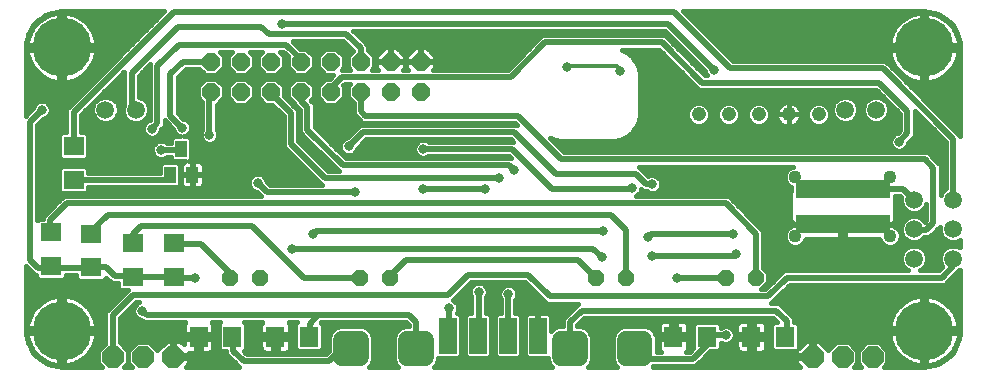
<source format=gtl>
G75*
%MOIN*%
%OFA0B0*%
%FSLAX24Y24*%
%IPPOS*%
%LPD*%
%AMOC8*
5,1,8,0,0,1.08239X$1,22.5*
%
%ADD10C,0.0594*%
%ADD11OC8,0.0520*%
%ADD12C,0.0591*%
%ADD13R,0.0630X0.0710*%
%ADD14R,0.0710X0.0630*%
%ADD15R,0.0394X0.0551*%
%ADD16R,0.3150X0.0591*%
%ADD17C,0.0436*%
%ADD18C,0.1969*%
%ADD19OC8,0.0709*%
%ADD20C,0.0554*%
%ADD21C,0.0515*%
%ADD22R,0.0600X0.1200*%
%ADD23C,0.0476*%
%ADD24OC8,0.0600*%
%ADD25C,0.0160*%
%ADD26C,0.0317*%
%ADD27C,0.0197*%
%ADD28C,0.0120*%
D10*
X003253Y009719D03*
X004276Y009719D03*
X027918Y009719D03*
X028942Y009719D03*
X030206Y006723D03*
X031505Y006723D03*
X031505Y005739D03*
X030205Y005739D03*
X030206Y004754D03*
X031505Y004754D03*
D11*
X024938Y004124D03*
X023938Y004124D03*
X020607Y004124D03*
X019607Y004124D03*
X012733Y004124D03*
X011733Y004124D03*
X008402Y004124D03*
X007402Y004124D03*
D12*
X011741Y002057D02*
X011741Y001467D01*
X011151Y001467D01*
X011151Y002057D01*
X011741Y002057D01*
X011151Y002057D01*
X013906Y002057D02*
X013906Y001467D01*
X013316Y001467D01*
X013316Y002057D01*
X013906Y002057D01*
X013316Y002057D01*
X019024Y002057D02*
X019024Y001467D01*
X018434Y001467D01*
X018434Y002057D01*
X019024Y002057D01*
X018434Y002057D01*
X021189Y002057D02*
X021189Y001467D01*
X020599Y001467D01*
X020599Y002057D01*
X021189Y002057D01*
X020599Y002057D01*
D13*
X022185Y002156D03*
X023305Y002156D03*
X024783Y002156D03*
X025903Y002156D03*
X010037Y002156D03*
X008917Y002156D03*
X007478Y002156D03*
X006358Y002156D03*
D14*
X005540Y004155D03*
X004162Y004155D03*
X002784Y004470D03*
X001446Y004510D03*
X001446Y005629D03*
X002784Y005590D03*
X004162Y005275D03*
X005540Y005275D03*
X002194Y007384D03*
X002194Y008503D03*
D15*
X005402Y007550D03*
X006150Y007550D03*
X005776Y008416D03*
D16*
X027824Y007077D03*
X027824Y005896D03*
D17*
X029398Y005502D03*
X026249Y005502D03*
X026249Y007471D03*
X029398Y007471D03*
D18*
X030540Y011802D03*
X030540Y002353D03*
X001800Y002353D03*
X001800Y011802D03*
D19*
X003517Y001487D03*
X004517Y001487D03*
X005517Y001487D03*
X026824Y001487D03*
X027824Y001487D03*
X028824Y001487D03*
D20*
X014670Y002439D03*
D21*
X015670Y002439D03*
X016670Y002439D03*
X017670Y002439D03*
D22*
X017670Y002189D03*
X016670Y002189D03*
X015670Y002189D03*
X014670Y002189D03*
D23*
X023028Y009565D03*
X024028Y009565D03*
X025028Y009565D03*
X026028Y009565D03*
X027028Y009565D03*
D24*
X013765Y010317D03*
X012765Y010317D03*
X011765Y010317D03*
X010765Y010317D03*
X009765Y010317D03*
X008765Y010317D03*
X007765Y010317D03*
X006765Y010317D03*
X006765Y011317D03*
X007765Y011317D03*
X008765Y011317D03*
X009765Y011317D03*
X010765Y011317D03*
X011765Y011317D03*
X012765Y011317D03*
X013765Y011317D03*
D25*
X001644Y001165D02*
X001342Y001246D01*
X001071Y001402D01*
X000850Y001624D01*
X000693Y001894D01*
X000612Y002196D01*
X000602Y002353D01*
X000602Y004513D01*
X000774Y004341D01*
X000914Y004201D01*
X000951Y004201D01*
X000951Y004137D01*
X001033Y004055D01*
X001859Y004055D01*
X001941Y004137D01*
X001941Y004201D01*
X002289Y004201D01*
X002289Y004097D01*
X002371Y004015D01*
X003197Y004015D01*
X003279Y004097D01*
X003279Y004119D01*
X003473Y003925D01*
X003667Y003925D01*
X003667Y003782D01*
X003749Y003700D01*
X003991Y003700D01*
X003924Y003633D01*
X003394Y003103D01*
X003254Y002963D01*
X003254Y001924D01*
X003022Y001691D01*
X003022Y001282D01*
X003149Y001155D01*
X001800Y001155D01*
X001644Y001165D01*
X001605Y001203D02*
X001720Y001190D01*
X001720Y002273D01*
X000637Y002273D01*
X000650Y002157D01*
X000679Y002030D01*
X000723Y001907D01*
X000779Y001789D01*
X000849Y001678D01*
X000931Y001576D01*
X001023Y001483D01*
X001125Y001402D01*
X001236Y001332D01*
X001354Y001275D01*
X001477Y001232D01*
X001605Y001203D01*
X001720Y001292D02*
X001880Y001292D01*
X001880Y001190D02*
X001995Y001203D01*
X002123Y001232D01*
X002246Y001275D01*
X002364Y001332D01*
X002475Y001402D01*
X002577Y001483D01*
X002669Y001576D01*
X002751Y001678D01*
X002821Y001789D01*
X002877Y001907D01*
X002921Y002030D01*
X002950Y002157D01*
X002963Y002273D01*
X001880Y002273D01*
X001880Y002433D01*
X001720Y002433D01*
X001720Y003515D01*
X001605Y003502D01*
X001477Y003473D01*
X001354Y003430D01*
X001236Y003373D01*
X001125Y003304D01*
X001023Y003222D01*
X000931Y003130D01*
X000849Y003028D01*
X000779Y002917D01*
X000723Y002799D01*
X000679Y002676D01*
X000650Y002548D01*
X000637Y002433D01*
X001720Y002433D01*
X001720Y002273D01*
X001880Y002273D01*
X001880Y001190D01*
X001320Y001292D02*
X001262Y001292D01*
X001064Y001450D02*
X001023Y001450D01*
X000904Y001609D02*
X000864Y001609D01*
X000793Y001767D02*
X000767Y001767D01*
X000716Y001926D02*
X000685Y001926D01*
X000667Y002084D02*
X000642Y002084D01*
X000641Y002243D02*
X000609Y002243D01*
X000602Y002401D02*
X001720Y002401D01*
X001720Y002243D02*
X001880Y002243D01*
X001880Y002401D02*
X003254Y002401D01*
X003254Y002243D02*
X002959Y002243D01*
X002933Y002084D02*
X003254Y002084D01*
X003254Y001926D02*
X002884Y001926D01*
X002807Y001767D02*
X003098Y001767D01*
X003022Y001609D02*
X002696Y001609D01*
X002536Y001450D02*
X003022Y001450D01*
X003022Y001292D02*
X002280Y001292D01*
X001880Y001450D02*
X001720Y001450D01*
X001720Y001609D02*
X001880Y001609D01*
X001880Y001767D02*
X001720Y001767D01*
X001720Y001926D02*
X001880Y001926D01*
X001880Y002084D02*
X001720Y002084D01*
X001880Y002433D02*
X002963Y002433D01*
X002950Y002548D01*
X002921Y002676D01*
X002877Y002799D01*
X002821Y002917D01*
X002751Y003028D01*
X002669Y003130D01*
X002577Y003222D01*
X002475Y003304D01*
X002364Y003373D01*
X002246Y003430D01*
X002123Y003473D01*
X001995Y003502D01*
X001880Y003515D01*
X001880Y002433D01*
X001880Y002560D02*
X001720Y002560D01*
X001720Y002718D02*
X001880Y002718D01*
X001880Y002877D02*
X001720Y002877D01*
X001720Y003035D02*
X001880Y003035D01*
X001880Y003194D02*
X001720Y003194D01*
X001720Y003352D02*
X001880Y003352D01*
X001880Y003511D02*
X001720Y003511D01*
X001680Y003511D02*
X000602Y003511D01*
X000602Y003669D02*
X003960Y003669D01*
X003924Y003633D02*
X003924Y003633D01*
X003802Y003511D02*
X001920Y003511D01*
X002398Y003352D02*
X003643Y003352D01*
X003485Y003194D02*
X002605Y003194D01*
X002745Y003035D02*
X003326Y003035D01*
X003394Y003103D02*
X003394Y003103D01*
X003254Y002877D02*
X002840Y002877D01*
X002906Y002718D02*
X003254Y002718D01*
X003254Y002560D02*
X002947Y002560D01*
X003731Y002560D02*
X005870Y002560D01*
X005876Y002580D02*
X005863Y002535D01*
X005863Y002233D01*
X006281Y002233D01*
X006281Y002078D01*
X006436Y002078D01*
X006436Y001621D01*
X006697Y001621D01*
X006743Y001633D01*
X006784Y001657D01*
X006817Y001691D01*
X006841Y001732D01*
X006853Y001777D01*
X006853Y002078D01*
X006436Y002078D01*
X006436Y002233D01*
X006853Y002233D01*
X006853Y002535D01*
X006841Y002580D01*
X006817Y002621D01*
X006812Y002626D01*
X007080Y002626D01*
X007023Y002569D01*
X007023Y001743D01*
X007105Y001661D01*
X007270Y001661D01*
X007270Y001585D01*
X007410Y001445D01*
X007700Y001155D01*
X005940Y001155D01*
X006051Y001265D01*
X006051Y001449D01*
X005555Y001449D01*
X005555Y001525D01*
X006051Y001525D01*
X006051Y001621D01*
X006281Y001621D01*
X006281Y002078D01*
X005863Y002078D01*
X005863Y001896D01*
X005738Y002021D01*
X005555Y002021D01*
X005555Y001525D01*
X005478Y001525D01*
X005478Y002021D01*
X005295Y002021D01*
X004988Y001714D01*
X004721Y001981D01*
X004312Y001981D01*
X004022Y001691D01*
X004022Y001282D01*
X004149Y001155D01*
X003884Y001155D01*
X004011Y001282D01*
X004011Y001691D01*
X003731Y001971D01*
X003731Y002766D01*
X004261Y003295D01*
X004357Y003295D01*
X004308Y003275D01*
X004224Y003191D01*
X004179Y003081D01*
X004179Y002963D01*
X004224Y002853D01*
X004308Y002769D01*
X004418Y002724D01*
X004438Y002724D01*
X004536Y002626D01*
X005904Y002626D01*
X005899Y002621D01*
X005876Y002580D01*
X005863Y002401D02*
X003731Y002401D01*
X003731Y002243D02*
X005863Y002243D01*
X006281Y002084D02*
X003731Y002084D01*
X003776Y001926D02*
X004257Y001926D01*
X004776Y001926D02*
X005200Y001926D01*
X005478Y001926D02*
X005555Y001926D01*
X005833Y001926D02*
X005863Y001926D01*
X006281Y001926D02*
X006436Y001926D01*
X006436Y002084D02*
X007023Y002084D01*
X007023Y001926D02*
X006853Y001926D01*
X006851Y001767D02*
X007023Y001767D01*
X007270Y001609D02*
X006051Y001609D01*
X006281Y001767D02*
X006436Y001767D01*
X005555Y001767D02*
X005478Y001767D01*
X005478Y001609D02*
X005555Y001609D01*
X005555Y001450D02*
X007405Y001450D01*
X007563Y001292D02*
X006051Y001292D01*
X005042Y001767D02*
X004935Y001767D01*
X004098Y001767D02*
X003935Y001767D01*
X004011Y001609D02*
X004022Y001609D01*
X004011Y001450D02*
X004022Y001450D01*
X004011Y001292D02*
X004022Y001292D01*
X006853Y002243D02*
X007023Y002243D01*
X007023Y002401D02*
X006853Y002401D01*
X006846Y002560D02*
X007023Y002560D01*
X007876Y002626D02*
X007933Y002569D01*
X007933Y001743D01*
X007860Y001670D01*
X007962Y001568D01*
X010599Y001568D01*
X010715Y001684D01*
X010715Y002144D01*
X010781Y002304D01*
X010904Y002427D01*
X011064Y002493D01*
X011828Y002493D01*
X011988Y002427D01*
X012110Y002304D01*
X012176Y002144D01*
X012176Y001380D01*
X012110Y001220D01*
X012044Y001155D01*
X013012Y001155D01*
X012947Y001220D01*
X012880Y001380D01*
X012880Y002144D01*
X012947Y002304D01*
X013069Y002427D01*
X013229Y002493D01*
X013373Y002493D01*
X013373Y002530D01*
X013276Y002626D01*
X010442Y002626D01*
X010438Y002622D01*
X010492Y002569D01*
X010492Y001743D01*
X010410Y001661D01*
X009664Y001661D01*
X009582Y001743D01*
X009582Y002569D01*
X009639Y002626D01*
X009372Y002626D01*
X009376Y002621D01*
X009400Y002580D01*
X009412Y002535D01*
X009412Y002233D01*
X008995Y002233D01*
X008995Y002078D01*
X008995Y001621D01*
X009256Y001621D01*
X009302Y001633D01*
X009343Y001657D01*
X009376Y001691D01*
X009400Y001732D01*
X009412Y001777D01*
X009412Y002078D01*
X008995Y002078D01*
X008840Y002078D01*
X008840Y001621D01*
X008579Y001621D01*
X008533Y001633D01*
X008492Y001657D01*
X008458Y001691D01*
X008435Y001732D01*
X008422Y001777D01*
X008422Y002078D01*
X008840Y002078D01*
X008840Y002233D01*
X008422Y002233D01*
X008422Y002535D01*
X008435Y002580D01*
X008458Y002621D01*
X008463Y002626D01*
X007876Y002626D01*
X007933Y002560D02*
X008429Y002560D01*
X008422Y002401D02*
X007933Y002401D01*
X007933Y002243D02*
X008422Y002243D01*
X008840Y002084D02*
X007933Y002084D01*
X007933Y001926D02*
X008422Y001926D01*
X008840Y001926D02*
X008995Y001926D01*
X008995Y002084D02*
X009582Y002084D01*
X009582Y001926D02*
X009412Y001926D01*
X009410Y001767D02*
X009582Y001767D01*
X008995Y001767D02*
X008840Y001767D01*
X008425Y001767D02*
X007933Y001767D01*
X007921Y001609D02*
X010640Y001609D01*
X010715Y001767D02*
X010492Y001767D01*
X010492Y001926D02*
X010715Y001926D01*
X010715Y002084D02*
X010492Y002084D01*
X010492Y002243D02*
X010756Y002243D01*
X010879Y002401D02*
X010492Y002401D01*
X010492Y002560D02*
X013342Y002560D01*
X013044Y002401D02*
X012013Y002401D01*
X012135Y002243D02*
X012921Y002243D01*
X012880Y002084D02*
X012176Y002084D01*
X012176Y001926D02*
X012880Y001926D01*
X012880Y001767D02*
X012176Y001767D01*
X012176Y001609D02*
X012880Y001609D01*
X012880Y001450D02*
X012176Y001450D01*
X012140Y001292D02*
X012917Y001292D01*
X014210Y001155D02*
X014275Y001220D01*
X014342Y001380D01*
X014342Y001449D01*
X015028Y001449D01*
X015110Y001531D01*
X015110Y002847D01*
X015028Y002929D01*
X014964Y002929D01*
X014966Y002932D01*
X015012Y003041D01*
X015012Y003160D01*
X014966Y003270D01*
X014882Y003354D01*
X014846Y003369D01*
X014912Y003435D01*
X015442Y003965D01*
X017252Y003965D01*
X017961Y003256D01*
X019020Y003256D01*
X018884Y003121D01*
X018491Y002727D01*
X018491Y002493D01*
X018347Y002493D01*
X018187Y002427D01*
X018110Y002349D01*
X018110Y002847D01*
X018028Y002929D01*
X017312Y002929D01*
X017230Y002847D01*
X017230Y001531D01*
X017312Y001449D01*
X017999Y001449D01*
X017999Y001380D01*
X018065Y001220D01*
X018130Y001155D01*
X014210Y001155D01*
X014305Y001292D02*
X018035Y001292D01*
X017311Y001450D02*
X017029Y001450D01*
X017028Y001449D02*
X017110Y001531D01*
X017110Y002847D01*
X017028Y002929D01*
X016920Y002929D01*
X016920Y003390D01*
X016935Y003404D01*
X016980Y003514D01*
X016980Y003633D01*
X016935Y003742D01*
X016851Y003826D01*
X016741Y003872D01*
X016623Y003872D01*
X016513Y003826D01*
X016429Y003742D01*
X016383Y003633D01*
X016383Y003514D01*
X016429Y003404D01*
X016443Y003390D01*
X016443Y002929D01*
X016312Y002929D01*
X016230Y002847D01*
X016230Y001531D01*
X016312Y001449D01*
X017028Y001449D01*
X017110Y001609D02*
X017230Y001609D01*
X017230Y001767D02*
X017110Y001767D01*
X017110Y001926D02*
X017230Y001926D01*
X017230Y002084D02*
X017110Y002084D01*
X017110Y002243D02*
X017230Y002243D01*
X017230Y002401D02*
X017110Y002401D01*
X017110Y002560D02*
X017230Y002560D01*
X017230Y002718D02*
X017110Y002718D01*
X017081Y002877D02*
X017260Y002877D01*
X016920Y003035D02*
X018799Y003035D01*
X018640Y002877D02*
X018081Y002877D01*
X018110Y002718D02*
X018491Y002718D01*
X018491Y002560D02*
X018110Y002560D01*
X018110Y002401D02*
X018162Y002401D01*
X018968Y002493D02*
X018968Y002530D01*
X019222Y002784D01*
X025520Y002784D01*
X025653Y002651D01*
X025530Y002651D01*
X025448Y002569D01*
X025448Y001743D01*
X025530Y001661D01*
X026276Y001661D01*
X026289Y001674D01*
X026289Y001525D01*
X026786Y001525D01*
X026786Y002021D01*
X026602Y002021D01*
X026358Y001777D01*
X026358Y002569D01*
X026276Y002651D01*
X026212Y002651D01*
X026212Y002767D01*
X025718Y003261D01*
X025446Y003261D01*
X025582Y003396D01*
X026072Y003886D01*
X031229Y003886D01*
X031369Y004026D01*
X031710Y004367D01*
X031738Y004378D01*
X031738Y002353D01*
X031728Y002196D01*
X031647Y001894D01*
X031491Y001624D01*
X031269Y001402D01*
X030999Y001246D01*
X030697Y001165D01*
X030540Y001155D01*
X029191Y001155D01*
X029318Y001282D01*
X029318Y001691D01*
X029028Y001981D01*
X028619Y001981D01*
X028329Y001691D01*
X028329Y001282D01*
X028456Y001155D01*
X028191Y001155D01*
X028318Y001282D01*
X028318Y001691D01*
X028028Y001981D01*
X027619Y001981D01*
X027352Y001714D01*
X027045Y002021D01*
X026862Y002021D01*
X026862Y001525D01*
X026786Y001525D01*
X026786Y001449D01*
X026289Y001449D01*
X026289Y001265D01*
X026400Y001155D01*
X021493Y001155D01*
X021508Y001170D01*
X022922Y001170D01*
X023062Y001309D01*
X023414Y001661D01*
X023678Y001661D01*
X023760Y001743D01*
X023760Y001941D01*
X023867Y001897D01*
X023985Y001897D01*
X024095Y001942D01*
X024179Y002026D01*
X024224Y002136D01*
X024224Y002255D01*
X024179Y002364D01*
X024095Y002448D01*
X023985Y002494D01*
X023867Y002494D01*
X023760Y002449D01*
X023760Y002569D01*
X023678Y002651D01*
X022932Y002651D01*
X022850Y002569D01*
X022850Y001771D01*
X022725Y001646D01*
X022592Y001646D01*
X022611Y001657D01*
X022644Y001691D01*
X022668Y001732D01*
X022680Y001777D01*
X022680Y002078D01*
X022263Y002078D01*
X022263Y002233D01*
X022680Y002233D01*
X022680Y002535D01*
X022668Y002580D01*
X022644Y002621D01*
X022611Y002655D01*
X022569Y002679D01*
X022524Y002691D01*
X022263Y002691D01*
X022263Y002233D01*
X022108Y002233D01*
X022108Y002078D01*
X021690Y002078D01*
X021690Y001777D01*
X021702Y001732D01*
X021726Y001691D01*
X021760Y001657D01*
X021778Y001646D01*
X021625Y001646D01*
X021625Y002144D01*
X021559Y002304D01*
X021436Y002427D01*
X021276Y002493D01*
X020513Y002493D01*
X020353Y002427D01*
X020230Y002304D01*
X020164Y002144D01*
X020164Y001380D01*
X020230Y001220D01*
X020296Y001155D01*
X019328Y001155D01*
X019393Y001220D01*
X019460Y001380D01*
X019460Y002144D01*
X019393Y002304D01*
X019271Y002427D01*
X019111Y002493D01*
X018968Y002493D01*
X018998Y002560D02*
X021697Y002560D01*
X021702Y002580D02*
X021690Y002535D01*
X021690Y002233D01*
X022108Y002233D01*
X022108Y002691D01*
X021846Y002691D01*
X021801Y002679D01*
X021760Y002655D01*
X021726Y002621D01*
X021702Y002580D01*
X021690Y002401D02*
X021462Y002401D01*
X021584Y002243D02*
X021690Y002243D01*
X021625Y002084D02*
X022108Y002084D01*
X022263Y002084D02*
X022850Y002084D01*
X022850Y001926D02*
X022680Y001926D01*
X022677Y001767D02*
X022846Y001767D01*
X023203Y001450D02*
X026786Y001450D01*
X026786Y001609D02*
X026862Y001609D01*
X026862Y001767D02*
X026786Y001767D01*
X026289Y001609D02*
X023362Y001609D01*
X023760Y001767D02*
X024291Y001767D01*
X024289Y001777D02*
X024301Y001732D01*
X024324Y001691D01*
X024358Y001657D01*
X024399Y001633D01*
X024445Y001621D01*
X024706Y001621D01*
X024706Y002078D01*
X024861Y002078D01*
X024861Y001621D01*
X025122Y001621D01*
X025168Y001633D01*
X025209Y001657D01*
X025242Y001691D01*
X025266Y001732D01*
X025278Y001777D01*
X025278Y002078D01*
X024861Y002078D01*
X024861Y002233D01*
X025278Y002233D01*
X025278Y002535D01*
X025266Y002580D01*
X025242Y002621D01*
X025209Y002655D01*
X025168Y002679D01*
X025122Y002691D01*
X024861Y002691D01*
X024861Y002233D01*
X024706Y002233D01*
X024706Y002078D01*
X024289Y002078D01*
X024289Y001777D01*
X024289Y001926D02*
X024055Y001926D01*
X024203Y002084D02*
X024706Y002084D01*
X024706Y002233D02*
X024289Y002233D01*
X024289Y002535D01*
X024301Y002580D01*
X024324Y002621D01*
X024358Y002655D01*
X024399Y002679D01*
X024445Y002691D01*
X024706Y002691D01*
X024706Y002233D01*
X024706Y002243D02*
X024861Y002243D01*
X024861Y002401D02*
X024706Y002401D01*
X024706Y002560D02*
X024861Y002560D01*
X024295Y002560D02*
X023760Y002560D01*
X024142Y002401D02*
X024289Y002401D01*
X024289Y002243D02*
X024224Y002243D01*
X023797Y001926D02*
X023760Y001926D01*
X024706Y001926D02*
X024861Y001926D01*
X024861Y002084D02*
X025448Y002084D01*
X025448Y001926D02*
X025278Y001926D01*
X025276Y001767D02*
X025448Y001767D01*
X024861Y001767D02*
X024706Y001767D01*
X025278Y002243D02*
X025448Y002243D01*
X025448Y002401D02*
X025278Y002401D01*
X025272Y002560D02*
X025448Y002560D01*
X025585Y002718D02*
X019156Y002718D01*
X019296Y002401D02*
X020327Y002401D01*
X020205Y002243D02*
X019419Y002243D01*
X019460Y002084D02*
X020164Y002084D01*
X020164Y001926D02*
X019460Y001926D01*
X019460Y001767D02*
X020164Y001767D01*
X020164Y001609D02*
X019460Y001609D01*
X019460Y001450D02*
X020164Y001450D01*
X020201Y001292D02*
X019423Y001292D01*
X021625Y001767D02*
X021693Y001767D01*
X021690Y001926D02*
X021625Y001926D01*
X022108Y002243D02*
X022263Y002243D01*
X022263Y002401D02*
X022108Y002401D01*
X022108Y002560D02*
X022263Y002560D01*
X022673Y002560D02*
X022850Y002560D01*
X022850Y002401D02*
X022680Y002401D01*
X022680Y002243D02*
X022850Y002243D01*
X023045Y001292D02*
X026289Y001292D01*
X027299Y001767D02*
X027405Y001767D01*
X027564Y001926D02*
X027140Y001926D01*
X026862Y001926D02*
X026786Y001926D01*
X026507Y001926D02*
X026358Y001926D01*
X026358Y002084D02*
X029407Y002084D01*
X029420Y002030D02*
X029391Y002157D01*
X029378Y002273D01*
X030460Y002273D01*
X030460Y002433D01*
X030460Y003515D01*
X030345Y003502D01*
X030217Y003473D01*
X030094Y003430D01*
X029976Y003373D01*
X029865Y003304D01*
X029763Y003222D01*
X029671Y003130D01*
X029589Y003028D01*
X029520Y002917D01*
X029463Y002799D01*
X029420Y002676D01*
X029391Y002548D01*
X029378Y002433D01*
X030460Y002433D01*
X030620Y002433D01*
X030620Y003515D01*
X030735Y003502D01*
X030863Y003473D01*
X030986Y003430D01*
X031104Y003373D01*
X031215Y003304D01*
X031317Y003222D01*
X031410Y003130D01*
X031491Y003028D01*
X031561Y002917D01*
X031617Y002799D01*
X031661Y002676D01*
X031690Y002548D01*
X031703Y002433D01*
X030620Y002433D01*
X030620Y002273D01*
X031703Y002273D01*
X031690Y002157D01*
X031661Y002030D01*
X031617Y001907D01*
X031561Y001789D01*
X031491Y001678D01*
X031410Y001576D01*
X031317Y001483D01*
X031215Y001402D01*
X031104Y001332D01*
X030986Y001275D01*
X030863Y001232D01*
X030735Y001203D01*
X030620Y001190D01*
X030620Y002273D01*
X030460Y002273D01*
X030460Y001190D01*
X030345Y001203D01*
X030217Y001232D01*
X030094Y001275D01*
X029976Y001332D01*
X029865Y001402D01*
X029763Y001483D01*
X029671Y001576D01*
X029589Y001678D01*
X029520Y001789D01*
X029463Y001907D01*
X029420Y002030D01*
X029456Y001926D02*
X029084Y001926D01*
X028564Y001926D02*
X028084Y001926D01*
X028242Y001767D02*
X028405Y001767D01*
X028329Y001609D02*
X028318Y001609D01*
X028318Y001450D02*
X028329Y001450D01*
X028318Y001292D02*
X028329Y001292D01*
X029318Y001292D02*
X030060Y001292D01*
X029804Y001450D02*
X029318Y001450D01*
X029318Y001609D02*
X029644Y001609D01*
X029533Y001767D02*
X029242Y001767D01*
X029381Y002243D02*
X026358Y002243D01*
X026358Y002401D02*
X030460Y002401D01*
X030460Y002243D02*
X030620Y002243D01*
X030620Y002401D02*
X031738Y002401D01*
X031731Y002243D02*
X031699Y002243D01*
X031698Y002084D02*
X031673Y002084D01*
X031655Y001926D02*
X031624Y001926D01*
X031574Y001767D02*
X031547Y001767D01*
X031476Y001609D02*
X031436Y001609D01*
X031317Y001450D02*
X031276Y001450D01*
X031078Y001292D02*
X031020Y001292D01*
X030620Y001292D02*
X030460Y001292D01*
X030460Y001450D02*
X030620Y001450D01*
X030620Y001609D02*
X030460Y001609D01*
X030460Y001767D02*
X030620Y001767D01*
X030620Y001926D02*
X030460Y001926D01*
X030460Y002084D02*
X030620Y002084D01*
X030620Y002560D02*
X030460Y002560D01*
X030460Y002718D02*
X030620Y002718D01*
X030620Y002877D02*
X030460Y002877D01*
X030460Y003035D02*
X030620Y003035D01*
X030620Y003194D02*
X030460Y003194D01*
X030460Y003352D02*
X030620Y003352D01*
X030620Y003511D02*
X030460Y003511D01*
X030420Y003511D02*
X025697Y003511D01*
X025855Y003669D02*
X031738Y003669D01*
X031738Y003511D02*
X030661Y003511D01*
X031138Y003352D02*
X031738Y003352D01*
X031738Y003194D02*
X031346Y003194D01*
X031485Y003035D02*
X031738Y003035D01*
X031738Y002877D02*
X031580Y002877D01*
X031646Y002718D02*
X031738Y002718D01*
X031738Y002560D02*
X031687Y002560D01*
X029943Y003352D02*
X025538Y003352D01*
X025784Y003194D02*
X029735Y003194D01*
X029595Y003035D02*
X025943Y003035D01*
X026101Y002877D02*
X029500Y002877D01*
X029435Y002718D02*
X026212Y002718D01*
X026358Y002560D02*
X029393Y002560D01*
X031738Y003828D02*
X026014Y003828D01*
X025656Y004145D02*
X025338Y004145D01*
X025338Y004290D02*
X025338Y003959D01*
X025112Y003733D01*
X025245Y003733D01*
X025874Y004363D01*
X030009Y004363D01*
X029958Y004384D01*
X029835Y004507D01*
X029769Y004667D01*
X029769Y004841D01*
X029835Y005002D01*
X029958Y005125D01*
X030119Y005191D01*
X030292Y005191D01*
X030453Y005125D01*
X030576Y005002D01*
X030642Y004841D01*
X030642Y004667D01*
X030576Y004507D01*
X030453Y004384D01*
X030402Y004363D01*
X031032Y004363D01*
X031155Y004486D01*
X031134Y004507D01*
X031068Y004667D01*
X031068Y004841D01*
X031134Y005002D01*
X031257Y005125D01*
X031418Y005191D01*
X031592Y005191D01*
X031738Y005131D01*
X031738Y005362D01*
X031592Y005302D01*
X031418Y005302D01*
X031258Y005368D01*
X031135Y005491D01*
X031068Y005652D01*
X031068Y005811D01*
X030857Y005601D01*
X030718Y005461D01*
X030545Y005461D01*
X030453Y005368D01*
X030292Y005302D01*
X030118Y005302D01*
X029958Y005368D01*
X029835Y005491D01*
X029768Y005652D01*
X029768Y005826D01*
X029835Y005986D01*
X029958Y006109D01*
X030118Y006175D01*
X030292Y006175D01*
X030453Y006109D01*
X030572Y005990D01*
X030617Y006034D01*
X030617Y006574D01*
X030576Y006475D01*
X030453Y006353D01*
X030292Y006286D01*
X030119Y006286D01*
X029958Y006353D01*
X029835Y006475D01*
X029769Y006636D01*
X029769Y006810D01*
X029772Y006819D01*
X029752Y006839D01*
X029578Y006839D01*
X029578Y005964D01*
X029524Y005964D01*
X029473Y005913D01*
X027891Y005913D01*
X027891Y005828D01*
X027891Y005421D01*
X029045Y005421D01*
X029095Y005300D01*
X029196Y005199D01*
X029327Y005144D01*
X029470Y005144D01*
X029601Y005199D01*
X029702Y005300D01*
X029757Y005431D01*
X029757Y005574D01*
X029702Y005705D01*
X029601Y005806D01*
X029578Y005815D01*
X029578Y005828D01*
X029547Y005828D01*
X029470Y005861D01*
X029327Y005861D01*
X029250Y005828D01*
X027891Y005828D01*
X027756Y005828D01*
X027756Y005421D01*
X026603Y005421D01*
X026552Y005300D01*
X026452Y005199D01*
X026320Y005144D01*
X026178Y005144D01*
X026046Y005199D01*
X025945Y005300D01*
X025891Y005431D01*
X025891Y005574D01*
X025945Y005705D01*
X026046Y005806D01*
X026069Y005815D01*
X026069Y005828D01*
X026100Y005828D01*
X026178Y005861D01*
X026320Y005861D01*
X026397Y005828D01*
X027756Y005828D01*
X027756Y005913D01*
X026174Y005913D01*
X026123Y005964D01*
X026069Y005964D01*
X026069Y006955D01*
X026109Y006995D01*
X026109Y007141D01*
X026046Y007167D01*
X025945Y007268D01*
X025891Y007400D01*
X025891Y007542D01*
X025945Y007674D01*
X026046Y007775D01*
X026163Y007823D01*
X021037Y007823D01*
X021172Y007688D01*
X021356Y007504D01*
X021426Y007533D01*
X021544Y007533D01*
X021654Y007488D01*
X021738Y007404D01*
X021783Y007294D01*
X021783Y007175D01*
X021738Y007066D01*
X021654Y006982D01*
X021544Y006936D01*
X021426Y006936D01*
X021316Y006982D01*
X021301Y006996D01*
X021189Y006996D01*
X021114Y007072D01*
X021114Y007057D01*
X021069Y006948D01*
X020985Y006864D01*
X020936Y006843D01*
X024025Y006843D01*
X024164Y006704D01*
X025048Y005820D01*
X025188Y005680D01*
X025188Y004440D01*
X025338Y004290D01*
X025325Y004303D02*
X025815Y004303D01*
X025498Y003986D02*
X025338Y003986D01*
X025339Y003828D02*
X025207Y003828D01*
X025188Y004462D02*
X029880Y004462D01*
X029788Y004620D02*
X025188Y004620D01*
X025188Y004779D02*
X029769Y004779D01*
X029808Y004937D02*
X025188Y004937D01*
X025188Y005096D02*
X029929Y005096D01*
X029657Y005254D02*
X031738Y005254D01*
X031228Y005096D02*
X030482Y005096D01*
X030603Y004937D02*
X031108Y004937D01*
X031068Y004779D02*
X030642Y004779D01*
X030623Y004620D02*
X031087Y004620D01*
X031131Y004462D02*
X030531Y004462D01*
X031330Y003986D02*
X031738Y003986D01*
X031738Y004145D02*
X031488Y004145D01*
X031647Y004303D02*
X031738Y004303D01*
X031213Y005413D02*
X030497Y005413D01*
X030828Y005571D02*
X031102Y005571D01*
X031068Y005730D02*
X030987Y005730D01*
X030617Y006047D02*
X030515Y006047D01*
X030617Y006205D02*
X029578Y006205D01*
X029578Y006047D02*
X029896Y006047D01*
X029794Y005888D02*
X027891Y005888D01*
X027756Y005888D02*
X024980Y005888D01*
X025138Y005730D02*
X025970Y005730D01*
X025891Y005571D02*
X025188Y005571D01*
X025188Y005413D02*
X025898Y005413D01*
X025990Y005254D02*
X025188Y005254D01*
X026507Y005254D02*
X029140Y005254D01*
X029048Y005413D02*
X026599Y005413D01*
X027756Y005571D02*
X027891Y005571D01*
X027891Y005730D02*
X027756Y005730D01*
X026069Y006047D02*
X024821Y006047D01*
X024663Y006205D02*
X026069Y006205D01*
X026069Y006364D02*
X024504Y006364D01*
X024346Y006522D02*
X026069Y006522D01*
X026069Y006681D02*
X024187Y006681D01*
X024029Y006839D02*
X026069Y006839D01*
X026109Y006998D02*
X021670Y006998D01*
X021776Y007156D02*
X026072Y007156D01*
X025926Y007315D02*
X021775Y007315D01*
X021668Y007473D02*
X025891Y007473D01*
X025928Y007632D02*
X021228Y007632D01*
X021070Y007790D02*
X026084Y007790D01*
X026061Y009148D02*
X026126Y009158D01*
X026189Y009178D01*
X026247Y009208D01*
X026301Y009247D01*
X026347Y009293D01*
X026386Y009346D01*
X026416Y009405D01*
X026436Y009468D01*
X026446Y009533D01*
X026446Y009565D01*
X026028Y009565D01*
X026028Y009565D01*
X026028Y009148D01*
X025995Y009148D01*
X025931Y009158D01*
X025868Y009178D01*
X025809Y009208D01*
X025756Y009247D01*
X025710Y009293D01*
X025671Y009346D01*
X025641Y009405D01*
X025621Y009468D01*
X025611Y009533D01*
X025611Y009565D01*
X026028Y009565D01*
X026028Y009565D01*
X026028Y009148D01*
X026061Y009148D01*
X026028Y009217D02*
X026028Y009217D01*
X026028Y009375D02*
X026028Y009375D01*
X025797Y009217D02*
X025174Y009217D01*
X025242Y009245D02*
X025103Y009188D01*
X024953Y009188D01*
X024814Y009245D01*
X024708Y009351D01*
X024651Y009490D01*
X024651Y009641D01*
X024708Y009779D01*
X024814Y009886D01*
X024953Y009943D01*
X025103Y009943D01*
X025242Y009886D01*
X025349Y009779D01*
X025406Y009641D01*
X025406Y009490D01*
X025349Y009351D01*
X025242Y009245D01*
X025359Y009375D02*
X025656Y009375D01*
X025611Y009534D02*
X025406Y009534D01*
X025385Y009692D02*
X025630Y009692D01*
X025621Y009663D02*
X025611Y009598D01*
X025611Y009565D01*
X026028Y009565D01*
X026028Y009565D01*
X026028Y009983D01*
X025995Y009983D01*
X025931Y009973D01*
X025868Y009953D01*
X025809Y009923D01*
X025756Y009884D01*
X025710Y009838D01*
X025671Y009784D01*
X025641Y009726D01*
X025621Y009663D01*
X025723Y009851D02*
X025277Y009851D01*
X024780Y009851D02*
X024277Y009851D01*
X024242Y009886D02*
X024103Y009943D01*
X023953Y009943D01*
X023814Y009886D01*
X023708Y009779D01*
X023651Y009641D01*
X023651Y009490D01*
X023708Y009351D01*
X023814Y009245D01*
X023953Y009188D01*
X024103Y009188D01*
X024242Y009245D01*
X024349Y009351D01*
X024406Y009490D01*
X024406Y009641D01*
X024349Y009779D01*
X024242Y009886D01*
X024385Y009692D02*
X024672Y009692D01*
X024651Y009534D02*
X024406Y009534D01*
X024359Y009375D02*
X024698Y009375D01*
X024883Y009217D02*
X024174Y009217D01*
X023883Y009217D02*
X023174Y009217D01*
X023242Y009245D02*
X023349Y009351D01*
X023406Y009490D01*
X023406Y009641D01*
X023349Y009779D01*
X023242Y009886D01*
X023103Y009943D01*
X022953Y009943D01*
X022814Y009886D01*
X022708Y009779D01*
X022651Y009641D01*
X022651Y009490D01*
X022708Y009351D01*
X022814Y009245D01*
X022953Y009188D01*
X023103Y009188D01*
X023242Y009245D01*
X023359Y009375D02*
X023698Y009375D01*
X023651Y009534D02*
X023406Y009534D01*
X023385Y009692D02*
X023672Y009692D01*
X023780Y009851D02*
X023277Y009851D01*
X022780Y009851D02*
X021073Y009851D01*
X021073Y009702D02*
X021073Y010752D01*
X021078Y010758D01*
X021073Y010824D01*
X021073Y010891D01*
X021067Y010897D01*
X021076Y010910D01*
X021062Y010969D01*
X021057Y011028D01*
X021045Y011039D01*
X021043Y011046D01*
X021049Y011061D01*
X021026Y011116D01*
X021012Y011174D01*
X020999Y011183D01*
X020996Y011190D01*
X020999Y011205D01*
X020968Y011256D01*
X020945Y011311D01*
X020931Y011318D01*
X020927Y011324D01*
X020928Y011340D01*
X020889Y011385D01*
X020858Y011436D01*
X021986Y011436D01*
X021828Y011594D02*
X020683Y011594D01*
X020675Y011599D02*
X020630Y011638D01*
X020614Y011637D01*
X020607Y011641D01*
X020601Y011656D01*
X020546Y011678D01*
X020495Y011710D01*
X020479Y011706D01*
X020472Y011709D01*
X020465Y011721D01*
X021701Y011721D01*
X022900Y010522D01*
X023040Y010382D01*
X028945Y010382D01*
X029751Y009577D01*
X029751Y009026D01*
X029675Y008950D01*
X029654Y008950D01*
X029544Y008905D01*
X029460Y008821D01*
X029415Y008711D01*
X029415Y008593D01*
X029460Y008483D01*
X029544Y008399D01*
X029654Y008354D01*
X029773Y008354D01*
X029882Y008399D01*
X029966Y008483D01*
X030012Y008593D01*
X030012Y008613D01*
X030227Y008829D01*
X030227Y009691D01*
X031266Y008652D01*
X031266Y007097D01*
X031257Y007093D01*
X031134Y006970D01*
X031094Y006872D01*
X031094Y007885D01*
X030954Y008024D01*
X030678Y008300D01*
X018552Y008300D01*
X018065Y008787D01*
X018094Y008775D01*
X018145Y008744D01*
X018160Y008748D01*
X018167Y008745D01*
X018175Y008731D01*
X018234Y008717D01*
X018289Y008694D01*
X018304Y008700D01*
X018311Y008699D01*
X018321Y008686D01*
X018381Y008682D01*
X018439Y008668D01*
X018453Y008676D01*
X018458Y008670D01*
X018525Y008670D01*
X018592Y008665D01*
X018598Y008670D01*
X020041Y008670D01*
X020047Y008665D01*
X020114Y008670D01*
X020181Y008670D01*
X020187Y008676D01*
X020200Y008668D01*
X020258Y008682D01*
X020318Y008686D01*
X020328Y008699D01*
X020336Y008700D01*
X020350Y008694D01*
X020406Y008717D01*
X020464Y008731D01*
X020472Y008745D01*
X020479Y008748D01*
X020495Y008744D01*
X020546Y008775D01*
X020601Y008798D01*
X020607Y008813D01*
X020614Y008817D01*
X020630Y008816D01*
X020675Y008854D01*
X020726Y008886D01*
X020730Y008901D01*
X020736Y008906D01*
X020752Y008907D01*
X020790Y008953D01*
X020836Y008992D01*
X020837Y009008D01*
X020842Y009013D01*
X020858Y009017D01*
X020889Y009068D01*
X020928Y009114D01*
X020927Y009130D01*
X020931Y009136D01*
X020945Y009142D01*
X020968Y009198D01*
X020999Y009249D01*
X020996Y009264D01*
X020999Y009271D01*
X021012Y009279D01*
X021026Y009338D01*
X021049Y009393D01*
X021043Y009408D01*
X021045Y009415D01*
X021057Y009425D01*
X021062Y009485D01*
X021076Y009543D01*
X021067Y009557D01*
X021073Y009562D01*
X021073Y009629D01*
X021078Y009696D01*
X021073Y009702D01*
X021078Y009692D02*
X022672Y009692D01*
X022651Y009534D02*
X021073Y009534D01*
X021042Y009375D02*
X022698Y009375D01*
X022883Y009217D02*
X020980Y009217D01*
X020883Y009058D02*
X029751Y009058D01*
X029751Y009217D02*
X027174Y009217D01*
X027242Y009245D02*
X027349Y009351D01*
X027406Y009490D01*
X027406Y009641D01*
X027349Y009779D01*
X027242Y009886D01*
X027103Y009943D01*
X026953Y009943D01*
X026814Y009886D01*
X026708Y009779D01*
X026651Y009641D01*
X026651Y009490D01*
X026708Y009351D01*
X026814Y009245D01*
X026953Y009188D01*
X027103Y009188D01*
X027242Y009245D01*
X027359Y009375D02*
X027644Y009375D01*
X027671Y009349D02*
X027831Y009282D01*
X028005Y009282D01*
X028166Y009349D01*
X028288Y009471D01*
X028355Y009632D01*
X028355Y009806D01*
X028288Y009966D01*
X028166Y010089D01*
X028005Y010156D01*
X027831Y010156D01*
X027671Y010089D01*
X027548Y009966D01*
X027481Y009806D01*
X027481Y009632D01*
X027548Y009471D01*
X027671Y009349D01*
X027522Y009534D02*
X027406Y009534D01*
X027385Y009692D02*
X027481Y009692D01*
X027500Y009851D02*
X027277Y009851D01*
X027591Y010009D02*
X021073Y010009D01*
X021073Y010168D02*
X029160Y010168D01*
X029189Y010089D02*
X029029Y010156D01*
X028855Y010156D01*
X028694Y010089D01*
X028571Y009966D01*
X028505Y009806D01*
X028505Y009632D01*
X028571Y009471D01*
X028694Y009349D01*
X028855Y009282D01*
X029029Y009282D01*
X029189Y009349D01*
X029312Y009471D01*
X029379Y009632D01*
X029379Y009806D01*
X029312Y009966D01*
X029189Y010089D01*
X029269Y010009D02*
X029318Y010009D01*
X029360Y009851D02*
X029477Y009851D01*
X029379Y009692D02*
X029635Y009692D01*
X029751Y009534D02*
X029338Y009534D01*
X029216Y009375D02*
X029751Y009375D01*
X030227Y009375D02*
X030543Y009375D01*
X030701Y009217D02*
X030227Y009217D01*
X030227Y009058D02*
X030860Y009058D01*
X031018Y008900D02*
X030227Y008900D01*
X030140Y008741D02*
X031177Y008741D01*
X031266Y008583D02*
X030008Y008583D01*
X029908Y008424D02*
X031266Y008424D01*
X031266Y008266D02*
X030712Y008266D01*
X030871Y008107D02*
X031266Y008107D01*
X031266Y007949D02*
X031029Y007949D01*
X031094Y007790D02*
X031266Y007790D01*
X031266Y007632D02*
X031094Y007632D01*
X031094Y007473D02*
X031266Y007473D01*
X031266Y007315D02*
X031094Y007315D01*
X031094Y007156D02*
X031266Y007156D01*
X031162Y006998D02*
X031094Y006998D01*
X030617Y006522D02*
X030595Y006522D01*
X030617Y006364D02*
X030464Y006364D01*
X029947Y006364D02*
X029578Y006364D01*
X029578Y006522D02*
X029816Y006522D01*
X029769Y006681D02*
X029578Y006681D01*
X029677Y005730D02*
X029768Y005730D01*
X029757Y005571D02*
X029802Y005571D01*
X029749Y005413D02*
X029913Y005413D01*
X029519Y008424D02*
X018428Y008424D01*
X018269Y008583D02*
X029419Y008583D01*
X029427Y008741D02*
X020470Y008741D01*
X020730Y008900D02*
X029539Y008900D01*
X028668Y009375D02*
X028192Y009375D01*
X028314Y009534D02*
X028546Y009534D01*
X028505Y009692D02*
X028355Y009692D01*
X028336Y009851D02*
X028524Y009851D01*
X028614Y010009D02*
X028245Y010009D01*
X029001Y010326D02*
X021073Y010326D01*
X021073Y010485D02*
X022937Y010485D01*
X022779Y010643D02*
X021073Y010643D01*
X021075Y010802D02*
X022620Y010802D01*
X022462Y010960D02*
X021064Y010960D01*
X021025Y011119D02*
X022303Y011119D01*
X022145Y011277D02*
X020959Y011277D01*
X020858Y011436D02*
X020842Y011440D01*
X020837Y011446D01*
X020836Y011462D01*
X020790Y011501D01*
X020752Y011546D01*
X020736Y011547D01*
X020730Y011552D01*
X020726Y011568D01*
X020675Y011599D01*
X021899Y012198D02*
X017804Y012198D01*
X017664Y012058D01*
X016662Y011056D01*
X014182Y011056D01*
X014245Y011119D01*
X016725Y011119D01*
X016883Y011277D02*
X014245Y011277D01*
X014245Y011297D02*
X014245Y011119D01*
X014245Y011297D02*
X013785Y011297D01*
X013785Y011337D01*
X014245Y011337D01*
X014245Y011516D01*
X013963Y011797D01*
X013785Y011797D01*
X013785Y011337D01*
X013745Y011337D01*
X013745Y011297D01*
X013285Y011297D01*
X013285Y011119D01*
X013245Y011119D01*
X013245Y011297D01*
X012785Y011297D01*
X012785Y011337D01*
X013245Y011337D01*
X013245Y011516D01*
X012963Y011797D01*
X012785Y011797D01*
X012785Y011337D01*
X012745Y011337D01*
X012745Y011297D01*
X012285Y011297D01*
X012285Y011119D01*
X012188Y011119D01*
X012205Y011135D02*
X012205Y011500D01*
X011999Y011705D01*
X011999Y011861D01*
X011859Y012001D01*
X011527Y012333D01*
X011509Y012351D01*
X021898Y012351D01*
X023234Y011015D01*
X023234Y010994D01*
X023279Y010885D01*
X023305Y010859D01*
X023237Y010859D01*
X021899Y012198D01*
X022020Y012228D02*
X011632Y012228D01*
X011790Y012070D02*
X017676Y012070D01*
X017517Y011911D02*
X011949Y011911D01*
X011999Y011753D02*
X012521Y011753D01*
X012566Y011797D02*
X012285Y011516D01*
X012285Y011337D01*
X012745Y011337D01*
X012745Y011797D01*
X012566Y011797D01*
X012745Y011753D02*
X012785Y011753D01*
X012785Y011594D02*
X012745Y011594D01*
X012745Y011436D02*
X012785Y011436D01*
X013166Y011594D02*
X013363Y011594D01*
X013285Y011516D02*
X013285Y011337D01*
X013745Y011337D01*
X013745Y011797D01*
X013566Y011797D01*
X013285Y011516D01*
X013285Y011436D02*
X013245Y011436D01*
X013245Y011277D02*
X013285Y011277D01*
X013285Y011119D02*
X013347Y011056D01*
X013182Y011056D01*
X013245Y011119D01*
X012347Y011056D02*
X012125Y011056D01*
X012205Y011135D01*
X012285Y011119D02*
X012347Y011056D01*
X012285Y011277D02*
X012205Y011277D01*
X012205Y011436D02*
X012285Y011436D01*
X012363Y011594D02*
X012110Y011594D01*
X011505Y011680D02*
X011325Y011500D01*
X011325Y011135D01*
X011404Y011056D01*
X011125Y011056D01*
X011205Y011135D01*
X011205Y011500D01*
X010947Y011757D01*
X010582Y011757D01*
X010325Y011500D01*
X010325Y011135D01*
X010582Y010877D01*
X010854Y010877D01*
X010734Y010757D01*
X010582Y010757D01*
X010325Y010500D01*
X010325Y010135D01*
X010582Y009877D01*
X010947Y009877D01*
X011205Y010135D01*
X011205Y010500D01*
X011177Y010527D01*
X011229Y010579D01*
X011404Y010579D01*
X011325Y010500D01*
X011325Y010135D01*
X011526Y009934D01*
X011526Y009573D01*
X011819Y009280D01*
X016898Y009280D01*
X016972Y009205D01*
X011741Y009205D01*
X011601Y009066D01*
X011601Y009066D01*
X011328Y008793D01*
X011308Y008793D01*
X011198Y008748D01*
X011114Y008664D01*
X011069Y008554D01*
X011069Y008435D01*
X011114Y008325D01*
X011198Y008242D01*
X011308Y008196D01*
X011426Y008196D01*
X011536Y008242D01*
X011620Y008325D01*
X011665Y008435D01*
X011665Y008456D01*
X011938Y008729D01*
X016780Y008729D01*
X016854Y008654D01*
X014031Y008654D01*
X014016Y008669D01*
X013907Y008714D01*
X013788Y008714D01*
X013678Y008669D01*
X013594Y008585D01*
X013549Y008475D01*
X013549Y008356D01*
X013594Y008247D01*
X013678Y008163D01*
X013788Y008117D01*
X013907Y008117D01*
X014016Y008163D01*
X014031Y008177D01*
X016701Y008177D01*
X016776Y008103D01*
X011269Y008103D01*
X010227Y009144D01*
X010227Y009893D01*
X010095Y010025D01*
X010205Y010135D01*
X010205Y010500D01*
X009947Y010757D01*
X009582Y010757D01*
X009325Y010500D01*
X009325Y010135D01*
X009526Y009934D01*
X009526Y009919D01*
X009751Y009695D01*
X009751Y008947D01*
X011028Y007670D01*
X010678Y007670D01*
X009676Y008672D01*
X009676Y009696D01*
X009537Y009835D01*
X009205Y010167D01*
X009205Y010500D01*
X008947Y010757D01*
X008582Y010757D01*
X008325Y010500D01*
X008325Y010135D01*
X008582Y009877D01*
X008820Y009877D01*
X009199Y009498D01*
X009199Y008475D01*
X009339Y008335D01*
X010341Y007333D01*
X010476Y007198D01*
X008749Y007198D01*
X008634Y007313D01*
X008634Y007333D01*
X008588Y007443D01*
X008504Y007527D01*
X008395Y007572D01*
X008276Y007572D01*
X008166Y007527D01*
X008082Y007443D01*
X008037Y007333D01*
X008037Y007215D01*
X008082Y007105D01*
X008166Y007021D01*
X008276Y006976D01*
X008297Y006976D01*
X008429Y006843D01*
X001859Y006843D01*
X001719Y006704D01*
X001299Y006283D01*
X001286Y006282D01*
X001230Y006214D01*
X001168Y006152D01*
X001168Y006140D01*
X001160Y006130D01*
X001164Y006084D01*
X001033Y006084D01*
X000975Y006027D01*
X000975Y009223D01*
X001173Y009421D01*
X001194Y009421D01*
X001304Y009466D01*
X001388Y009550D01*
X001433Y009660D01*
X001433Y009778D01*
X001388Y009888D01*
X001304Y009972D01*
X001194Y010017D01*
X001075Y010017D01*
X000966Y009972D01*
X000882Y009888D01*
X000836Y009778D01*
X000836Y009758D01*
X000638Y009560D01*
X000602Y009524D01*
X000602Y011738D01*
X000602Y011739D01*
X000602Y011813D01*
X000602Y011813D01*
X000611Y011968D01*
X000611Y011968D01*
X000690Y012266D01*
X000843Y012533D01*
X001060Y012752D01*
X001326Y012908D01*
X001624Y012989D01*
X001778Y013000D01*
X005220Y013000D01*
X002095Y009875D01*
X001955Y009735D01*
X001955Y008958D01*
X001781Y008958D01*
X001699Y008876D01*
X001699Y008130D01*
X001781Y008048D01*
X002607Y008048D01*
X002689Y008130D01*
X002689Y008876D01*
X002607Y008958D01*
X002432Y008958D01*
X002432Y009538D01*
X003884Y010990D01*
X003884Y009914D01*
X003840Y009806D01*
X003840Y009632D01*
X003884Y009524D01*
X003884Y009459D01*
X004024Y009319D01*
X004100Y009319D01*
X004189Y009282D01*
X004363Y009282D01*
X004524Y009349D01*
X004647Y009471D01*
X004713Y009632D01*
X004713Y009806D01*
X004647Y009966D01*
X004524Y010089D01*
X004363Y010156D01*
X004361Y010156D01*
X004361Y010837D01*
X004751Y011226D01*
X004751Y009384D01*
X004733Y009384D01*
X004623Y009338D01*
X004539Y009254D01*
X004494Y009144D01*
X004494Y009026D01*
X004539Y008916D01*
X004623Y008832D01*
X004733Y008787D01*
X004851Y008787D01*
X004961Y008832D01*
X005045Y008916D01*
X005091Y009026D01*
X005091Y009046D01*
X005227Y009183D01*
X005227Y009376D01*
X005517Y009086D01*
X005517Y009065D01*
X005563Y008955D01*
X005647Y008871D01*
X005743Y008831D01*
X005522Y008831D01*
X005440Y008749D01*
X005440Y008615D01*
X005291Y008615D01*
X005276Y008629D01*
X005166Y008675D01*
X005048Y008675D01*
X004938Y008629D01*
X004854Y008545D01*
X004809Y008436D01*
X004809Y008317D01*
X004854Y008207D01*
X004938Y008123D01*
X005048Y008078D01*
X005166Y008078D01*
X005276Y008123D01*
X005291Y008138D01*
X005440Y008138D01*
X005440Y008082D01*
X005522Y008000D01*
X005911Y008000D01*
X005884Y007993D01*
X005843Y007969D01*
X005810Y007936D01*
X005786Y007895D01*
X005774Y007849D01*
X005774Y007568D01*
X006132Y007568D01*
X006132Y007531D01*
X006169Y007531D01*
X006169Y007094D01*
X006371Y007094D01*
X006417Y007106D01*
X006458Y007130D01*
X006491Y007164D01*
X006515Y007205D01*
X006527Y007250D01*
X006527Y007531D01*
X006169Y007531D01*
X006169Y007568D01*
X006527Y007568D01*
X006527Y007849D01*
X006515Y007895D01*
X006491Y007936D01*
X006458Y007969D01*
X006417Y007993D01*
X006371Y008005D01*
X006169Y008005D01*
X006169Y007568D01*
X006132Y007568D01*
X006132Y008005D01*
X006036Y008005D01*
X006113Y008082D01*
X006113Y008749D01*
X006031Y008831D01*
X005888Y008831D01*
X005985Y008871D01*
X006069Y008955D01*
X006114Y009065D01*
X006114Y009184D01*
X006069Y009294D01*
X005985Y009377D01*
X005875Y009423D01*
X005855Y009423D01*
X005660Y009617D01*
X005660Y010797D01*
X005942Y011079D01*
X006381Y011079D01*
X006582Y010877D01*
X006947Y010877D01*
X007205Y011135D01*
X007205Y011500D01*
X007062Y011642D01*
X007467Y011642D01*
X007325Y011500D01*
X007325Y011135D01*
X007582Y010877D01*
X007947Y010877D01*
X008205Y011135D01*
X008205Y011500D01*
X008062Y011642D01*
X008467Y011642D01*
X008325Y011500D01*
X008325Y011135D01*
X008582Y010877D01*
X008947Y010877D01*
X009205Y011135D01*
X009205Y011500D01*
X009062Y011642D01*
X009182Y011642D01*
X009325Y011499D01*
X009325Y011135D01*
X009582Y010877D01*
X009947Y010877D01*
X010205Y011135D01*
X010205Y011500D01*
X009947Y011757D01*
X009740Y011757D01*
X009519Y011979D01*
X009519Y011979D01*
X009502Y011996D01*
X011189Y011996D01*
X011505Y011680D01*
X011433Y011753D02*
X010951Y011753D01*
X011110Y011594D02*
X011419Y011594D01*
X011325Y011436D02*
X011205Y011436D01*
X011205Y011277D02*
X011325Y011277D01*
X011341Y011119D02*
X011188Y011119D01*
X010778Y010802D02*
X005665Y010802D01*
X005660Y010643D02*
X006468Y010643D01*
X006582Y010757D02*
X006325Y010500D01*
X006325Y010135D01*
X006483Y009977D01*
X006483Y009072D01*
X006468Y009057D01*
X006423Y008948D01*
X006423Y008829D01*
X006468Y008719D01*
X006552Y008635D01*
X006662Y008590D01*
X006781Y008590D01*
X006890Y008635D01*
X006974Y008719D01*
X007020Y008829D01*
X007020Y008948D01*
X006974Y009057D01*
X006960Y009072D01*
X006960Y009890D01*
X007205Y010135D01*
X007205Y010500D01*
X006947Y010757D01*
X006582Y010757D01*
X006499Y010960D02*
X005823Y010960D01*
X005660Y010485D02*
X006325Y010485D01*
X006325Y010326D02*
X005660Y010326D01*
X005660Y010168D02*
X006325Y010168D01*
X006450Y010009D02*
X005660Y010009D01*
X005660Y009851D02*
X006483Y009851D01*
X006483Y009692D02*
X005660Y009692D01*
X005744Y009534D02*
X006483Y009534D01*
X006960Y009534D02*
X009164Y009534D01*
X009005Y009692D02*
X006960Y009692D01*
X006960Y009851D02*
X008847Y009851D01*
X008450Y010009D02*
X008079Y010009D01*
X008205Y010135D02*
X007947Y009877D01*
X007582Y009877D01*
X007325Y010135D01*
X007325Y010500D01*
X007582Y010757D01*
X007947Y010757D01*
X008205Y010500D01*
X008205Y010135D01*
X008205Y010168D02*
X008325Y010168D01*
X008325Y010326D02*
X008205Y010326D01*
X008205Y010485D02*
X008325Y010485D01*
X008468Y010643D02*
X008061Y010643D01*
X007468Y010643D02*
X007061Y010643D01*
X007205Y010485D02*
X007325Y010485D01*
X007325Y010326D02*
X007205Y010326D01*
X007205Y010168D02*
X007325Y010168D01*
X007450Y010009D02*
X007079Y010009D01*
X006960Y009375D02*
X009199Y009375D01*
X009199Y009217D02*
X006960Y009217D01*
X006973Y009058D02*
X009199Y009058D01*
X009199Y008900D02*
X007020Y008900D01*
X006983Y008741D02*
X009199Y008741D01*
X009199Y008583D02*
X006113Y008583D01*
X006113Y008741D02*
X006459Y008741D01*
X006423Y008900D02*
X006013Y008900D01*
X006111Y009058D02*
X006469Y009058D01*
X006483Y009217D02*
X006100Y009217D01*
X005987Y009375D02*
X006483Y009375D01*
X005618Y008900D02*
X005029Y008900D01*
X005103Y009058D02*
X005520Y009058D01*
X005386Y009217D02*
X005227Y009217D01*
X005227Y009375D02*
X005228Y009375D01*
X004751Y009534D02*
X004673Y009534D01*
X004713Y009692D02*
X004751Y009692D01*
X004751Y009851D02*
X004695Y009851D01*
X004751Y010009D02*
X004604Y010009D01*
X004751Y010168D02*
X004361Y010168D01*
X004361Y010326D02*
X004751Y010326D01*
X004751Y010485D02*
X004361Y010485D01*
X004361Y010643D02*
X004751Y010643D01*
X004751Y010802D02*
X004361Y010802D01*
X004485Y010960D02*
X004751Y010960D01*
X004751Y011119D02*
X004643Y011119D01*
X003884Y010960D02*
X003855Y010960D01*
X003884Y010802D02*
X003696Y010802D01*
X003538Y010643D02*
X003884Y010643D01*
X003884Y010485D02*
X003379Y010485D01*
X003221Y010326D02*
X003884Y010326D01*
X003884Y010168D02*
X003062Y010168D01*
X003005Y010089D02*
X002882Y009966D01*
X002816Y009806D01*
X002816Y009632D01*
X002882Y009471D01*
X003005Y009349D01*
X003166Y009282D01*
X003340Y009282D01*
X003500Y009349D01*
X003623Y009471D01*
X003690Y009632D01*
X003690Y009806D01*
X003623Y009966D01*
X003500Y010089D01*
X003340Y010156D01*
X003166Y010156D01*
X003005Y010089D01*
X002925Y010009D02*
X002904Y010009D01*
X002835Y009851D02*
X002745Y009851D01*
X002816Y009692D02*
X002587Y009692D01*
X002432Y009534D02*
X002857Y009534D01*
X002979Y009375D02*
X002432Y009375D01*
X002432Y009217D02*
X004524Y009217D01*
X004551Y009375D02*
X004713Y009375D01*
X004494Y009058D02*
X002432Y009058D01*
X002665Y008900D02*
X004555Y008900D01*
X004891Y008583D02*
X002689Y008583D01*
X002689Y008741D02*
X005440Y008741D01*
X004809Y008424D02*
X002689Y008424D01*
X002689Y008266D02*
X004830Y008266D01*
X004977Y008107D02*
X002666Y008107D01*
X002607Y007838D02*
X002689Y007756D01*
X002689Y007622D01*
X005066Y007622D01*
X005066Y007883D01*
X005148Y007965D01*
X005657Y007965D01*
X005739Y007883D01*
X005739Y007216D01*
X005657Y007134D01*
X005148Y007134D01*
X005136Y007145D01*
X002689Y007145D01*
X002689Y007011D01*
X002607Y006929D01*
X001781Y006929D01*
X001699Y007011D01*
X001699Y007756D01*
X001781Y007838D01*
X002607Y007838D01*
X002655Y007790D02*
X005066Y007790D01*
X005066Y007632D02*
X002689Y007632D01*
X001733Y007790D02*
X000975Y007790D01*
X000975Y007632D02*
X001699Y007632D01*
X001699Y007473D02*
X000975Y007473D01*
X000975Y007315D02*
X001699Y007315D01*
X001699Y007156D02*
X000975Y007156D01*
X000975Y006998D02*
X001711Y006998D01*
X001855Y006839D02*
X000975Y006839D01*
X000975Y006681D02*
X001696Y006681D01*
X001538Y006522D02*
X000975Y006522D01*
X000975Y006364D02*
X001379Y006364D01*
X001221Y006205D02*
X000975Y006205D01*
X000975Y006047D02*
X000995Y006047D01*
X002676Y006998D02*
X008222Y006998D01*
X008061Y007156D02*
X006484Y007156D01*
X006527Y007315D02*
X008037Y007315D01*
X008113Y007473D02*
X006527Y007473D01*
X006169Y007473D02*
X006132Y007473D01*
X006132Y007531D02*
X006132Y007094D01*
X005930Y007094D01*
X005884Y007106D01*
X005843Y007130D01*
X005810Y007164D01*
X005786Y007205D01*
X005774Y007250D01*
X005774Y007531D01*
X006132Y007531D01*
X006132Y007632D02*
X006169Y007632D01*
X006169Y007790D02*
X006132Y007790D01*
X006132Y007949D02*
X006169Y007949D01*
X006113Y008107D02*
X009567Y008107D01*
X009725Y007949D02*
X006478Y007949D01*
X006527Y007790D02*
X009884Y007790D01*
X010042Y007632D02*
X006527Y007632D01*
X005823Y007949D02*
X005674Y007949D01*
X005739Y007790D02*
X005774Y007790D01*
X005774Y007632D02*
X005739Y007632D01*
X005739Y007473D02*
X005774Y007473D01*
X005774Y007315D02*
X005739Y007315D01*
X005679Y007156D02*
X005817Y007156D01*
X006132Y007156D02*
X006169Y007156D01*
X006169Y007315D02*
X006132Y007315D01*
X005131Y007949D02*
X000975Y007949D01*
X000975Y008107D02*
X001722Y008107D01*
X001699Y008266D02*
X000975Y008266D01*
X000975Y008424D02*
X001699Y008424D01*
X001699Y008583D02*
X000975Y008583D01*
X000975Y008741D02*
X001699Y008741D01*
X001722Y008900D02*
X000975Y008900D01*
X000975Y009058D02*
X001955Y009058D01*
X001955Y009217D02*
X000975Y009217D01*
X001128Y009375D02*
X001955Y009375D01*
X001955Y009534D02*
X001372Y009534D01*
X001433Y009692D02*
X001955Y009692D01*
X002071Y009851D02*
X001403Y009851D01*
X001213Y010009D02*
X002230Y010009D01*
X002388Y010168D02*
X000602Y010168D01*
X000602Y010326D02*
X002547Y010326D01*
X002705Y010485D02*
X000602Y010485D01*
X000602Y010643D02*
X001681Y010643D01*
X001720Y010643D02*
X001880Y010643D01*
X001880Y010639D02*
X001995Y010652D01*
X002123Y010681D01*
X002246Y010724D01*
X002364Y010781D01*
X002475Y010851D01*
X002577Y010932D01*
X002669Y011025D01*
X002751Y011127D01*
X002821Y011238D01*
X002877Y011355D01*
X002921Y011479D01*
X002950Y011606D01*
X002963Y011722D01*
X001880Y011722D01*
X001880Y011882D01*
X001720Y011882D01*
X001720Y012964D01*
X001605Y012951D01*
X001477Y012922D01*
X001354Y012879D01*
X001236Y012822D01*
X001125Y012753D01*
X001023Y012671D01*
X000931Y012579D01*
X000849Y012476D01*
X000779Y012366D01*
X000723Y012248D01*
X000679Y012124D01*
X000650Y011997D01*
X000637Y011882D01*
X001720Y011882D01*
X001720Y011722D01*
X000637Y011722D01*
X000650Y011606D01*
X000679Y011479D01*
X000723Y011355D01*
X000779Y011238D01*
X000849Y011127D01*
X000931Y011025D01*
X001023Y010932D01*
X001125Y010851D01*
X001236Y010781D01*
X001354Y010724D01*
X001477Y010681D01*
X001605Y010652D01*
X001720Y010639D01*
X001720Y011722D01*
X001880Y011722D01*
X001880Y010639D01*
X001919Y010643D02*
X002864Y010643D01*
X003022Y010802D02*
X002397Y010802D01*
X002605Y010960D02*
X003181Y010960D01*
X003339Y011119D02*
X002745Y011119D01*
X002840Y011277D02*
X003498Y011277D01*
X003656Y011436D02*
X002905Y011436D01*
X002947Y011594D02*
X003815Y011594D01*
X003973Y011753D02*
X001880Y011753D01*
X001880Y011882D02*
X002963Y011882D01*
X002950Y011997D01*
X002921Y012124D01*
X002877Y012248D01*
X002821Y012366D01*
X002751Y012476D01*
X002669Y012579D01*
X002577Y012671D01*
X002475Y012753D01*
X002364Y012822D01*
X002246Y012879D01*
X002123Y012922D01*
X001995Y012951D01*
X001880Y012964D01*
X001880Y011882D01*
X001880Y011911D02*
X001720Y011911D01*
X001720Y011753D02*
X000602Y011753D01*
X000608Y011911D02*
X000641Y011911D01*
X000638Y012070D02*
X000667Y012070D01*
X000680Y012228D02*
X000716Y012228D01*
X000759Y012387D02*
X000793Y012387D01*
X000855Y012545D02*
X000904Y012545D01*
X001012Y012704D02*
X001064Y012704D01*
X001249Y012862D02*
X001319Y012862D01*
X001720Y012862D02*
X001880Y012862D01*
X001880Y012704D02*
X001720Y012704D01*
X001720Y012545D02*
X001880Y012545D01*
X001880Y012387D02*
X001720Y012387D01*
X001720Y012228D02*
X001880Y012228D01*
X001880Y012070D02*
X001720Y012070D01*
X001720Y011594D02*
X001880Y011594D01*
X001880Y011436D02*
X001720Y011436D01*
X001720Y011277D02*
X001880Y011277D01*
X001880Y011119D02*
X001720Y011119D01*
X001720Y010960D02*
X001880Y010960D01*
X001880Y010802D02*
X001720Y010802D01*
X001203Y010802D02*
X000602Y010802D01*
X000602Y010960D02*
X000995Y010960D01*
X000855Y011119D02*
X000602Y011119D01*
X000602Y011277D02*
X000760Y011277D01*
X000695Y011436D02*
X000602Y011436D01*
X000602Y011594D02*
X000653Y011594D01*
X002807Y012387D02*
X004607Y012387D01*
X004766Y012545D02*
X002696Y012545D01*
X002536Y012704D02*
X004924Y012704D01*
X005083Y012862D02*
X002281Y012862D01*
X002884Y012228D02*
X004449Y012228D01*
X004290Y012070D02*
X002933Y012070D01*
X002959Y011911D02*
X004132Y011911D01*
X007110Y011594D02*
X007419Y011594D01*
X007325Y011436D02*
X007205Y011436D01*
X007205Y011277D02*
X007325Y011277D01*
X007341Y011119D02*
X007188Y011119D01*
X007030Y010960D02*
X007499Y010960D01*
X008030Y010960D02*
X008499Y010960D01*
X008341Y011119D02*
X008188Y011119D01*
X008205Y011277D02*
X008325Y011277D01*
X008325Y011436D02*
X008205Y011436D01*
X008110Y011594D02*
X008419Y011594D01*
X009110Y011594D02*
X009229Y011594D01*
X009205Y011436D02*
X009325Y011436D01*
X009325Y011277D02*
X009205Y011277D01*
X009188Y011119D02*
X009341Y011119D01*
X009499Y010960D02*
X009030Y010960D01*
X009061Y010643D02*
X009468Y010643D01*
X009325Y010485D02*
X009205Y010485D01*
X009205Y010326D02*
X009325Y010326D01*
X009325Y010168D02*
X009205Y010168D01*
X009363Y010009D02*
X009450Y010009D01*
X009521Y009851D02*
X009595Y009851D01*
X009676Y009692D02*
X009751Y009692D01*
X009751Y009534D02*
X009676Y009534D01*
X009676Y009375D02*
X009751Y009375D01*
X009751Y009217D02*
X009676Y009217D01*
X009676Y009058D02*
X009751Y009058D01*
X009798Y008900D02*
X009676Y008900D01*
X009676Y008741D02*
X009956Y008741D01*
X010115Y008583D02*
X009765Y008583D01*
X009924Y008424D02*
X010273Y008424D01*
X010432Y008266D02*
X010082Y008266D01*
X010241Y008107D02*
X010590Y008107D01*
X010749Y007949D02*
X010399Y007949D01*
X010558Y007790D02*
X010907Y007790D01*
X011265Y008107D02*
X016771Y008107D01*
X018111Y008741D02*
X018169Y008741D01*
X016961Y009217D02*
X010227Y009217D01*
X010227Y009375D02*
X011724Y009375D01*
X011565Y009534D02*
X010227Y009534D01*
X010227Y009692D02*
X011526Y009692D01*
X011526Y009851D02*
X010227Y009851D01*
X010111Y010009D02*
X010450Y010009D01*
X010325Y010168D02*
X010205Y010168D01*
X010205Y010326D02*
X010325Y010326D01*
X010325Y010485D02*
X010205Y010485D01*
X010061Y010643D02*
X010468Y010643D01*
X010499Y010960D02*
X010030Y010960D01*
X010188Y011119D02*
X010341Y011119D01*
X010325Y011277D02*
X010205Y011277D01*
X010205Y011436D02*
X010325Y011436D01*
X010419Y011594D02*
X010110Y011594D01*
X009951Y011753D02*
X010578Y011753D01*
X011274Y011911D02*
X009586Y011911D01*
X011205Y010485D02*
X011325Y010485D01*
X011325Y010326D02*
X011205Y010326D01*
X011205Y010168D02*
X011325Y010168D01*
X011450Y010009D02*
X011079Y010009D01*
X011594Y009058D02*
X010314Y009058D01*
X010472Y008900D02*
X011435Y008900D01*
X011192Y008741D02*
X010631Y008741D01*
X010789Y008583D02*
X011081Y008583D01*
X011073Y008424D02*
X010948Y008424D01*
X011106Y008266D02*
X011174Y008266D01*
X011560Y008266D02*
X013586Y008266D01*
X013549Y008424D02*
X011661Y008424D01*
X011792Y008583D02*
X013593Y008583D01*
X010359Y007315D02*
X008634Y007315D01*
X008558Y007473D02*
X010201Y007473D01*
X010341Y007333D02*
X010341Y007333D01*
X009408Y008266D02*
X006113Y008266D01*
X006113Y008424D02*
X009250Y008424D01*
X009339Y008335D02*
X009339Y008335D01*
X005440Y008107D02*
X005237Y008107D01*
X003968Y009375D02*
X003527Y009375D01*
X003649Y009534D02*
X003880Y009534D01*
X003840Y009692D02*
X003690Y009692D01*
X003671Y009851D02*
X003858Y009851D01*
X003884Y010009D02*
X003580Y010009D01*
X001056Y010009D02*
X000602Y010009D01*
X000602Y009851D02*
X000866Y009851D01*
X000771Y009692D02*
X000602Y009692D01*
X000602Y009534D02*
X000612Y009534D01*
X000602Y004462D02*
X000653Y004462D01*
X000602Y004303D02*
X000811Y004303D01*
X000951Y004145D02*
X000602Y004145D01*
X000602Y003986D02*
X003412Y003986D01*
X003667Y003828D02*
X000602Y003828D01*
X000602Y003352D02*
X001202Y003352D01*
X000995Y003194D02*
X000602Y003194D01*
X000602Y003035D02*
X000855Y003035D01*
X000760Y002877D02*
X000602Y002877D01*
X000602Y002718D02*
X000694Y002718D01*
X000653Y002560D02*
X000602Y002560D01*
X003731Y002718D02*
X004444Y002718D01*
X004214Y002877D02*
X003842Y002877D01*
X004001Y003035D02*
X004179Y003035D01*
X004159Y003194D02*
X004227Y003194D01*
X002289Y004145D02*
X001941Y004145D01*
X009406Y002560D02*
X009582Y002560D01*
X009582Y002401D02*
X009412Y002401D01*
X009412Y002243D02*
X009582Y002243D01*
X014670Y002439D02*
X014670Y003058D01*
X014713Y003101D01*
X014998Y003194D02*
X015451Y003194D01*
X015451Y003352D02*
X014884Y003352D01*
X014988Y003511D02*
X015433Y003511D01*
X015445Y003483D02*
X015451Y003476D01*
X015451Y002929D01*
X015312Y002929D01*
X015230Y002847D01*
X015230Y001531D01*
X015312Y001449D01*
X016028Y001449D01*
X016110Y001531D01*
X016110Y002847D01*
X016028Y002929D01*
X015928Y002929D01*
X015928Y003461D01*
X015951Y003483D01*
X015996Y003593D01*
X015996Y003711D01*
X015951Y003821D01*
X015867Y003905D01*
X015757Y003950D01*
X015638Y003950D01*
X015529Y003905D01*
X015445Y003821D01*
X015399Y003711D01*
X015399Y003593D01*
X015445Y003483D01*
X015399Y003669D02*
X015147Y003669D01*
X015305Y003828D02*
X015451Y003828D01*
X015944Y003828D02*
X016517Y003828D01*
X016847Y003828D02*
X017389Y003828D01*
X017548Y003669D02*
X016965Y003669D01*
X016979Y003511D02*
X017706Y003511D01*
X017865Y003352D02*
X016920Y003352D01*
X016920Y003194D02*
X018957Y003194D01*
X016443Y003194D02*
X015928Y003194D01*
X015928Y003352D02*
X016443Y003352D01*
X016385Y003511D02*
X015962Y003511D01*
X015996Y003669D02*
X016399Y003669D01*
X016443Y003035D02*
X015928Y003035D01*
X016081Y002877D02*
X016260Y002877D01*
X016230Y002718D02*
X016110Y002718D01*
X016110Y002560D02*
X016230Y002560D01*
X016230Y002401D02*
X016110Y002401D01*
X016110Y002243D02*
X016230Y002243D01*
X016230Y002084D02*
X016110Y002084D01*
X016110Y001926D02*
X016230Y001926D01*
X016230Y001767D02*
X016110Y001767D01*
X016110Y001609D02*
X016230Y001609D01*
X016311Y001450D02*
X016029Y001450D01*
X015311Y001450D02*
X015029Y001450D01*
X015110Y001609D02*
X015230Y001609D01*
X015230Y001767D02*
X015110Y001767D01*
X015110Y001926D02*
X015230Y001926D01*
X015230Y002084D02*
X015110Y002084D01*
X015110Y002243D02*
X015230Y002243D01*
X015230Y002401D02*
X015110Y002401D01*
X015110Y002560D02*
X015230Y002560D01*
X015230Y002718D02*
X015110Y002718D01*
X015081Y002877D02*
X015260Y002877D01*
X015451Y003035D02*
X015009Y003035D01*
X015670Y002439D02*
X015698Y001967D01*
X015698Y002235D01*
X015690Y002227D01*
X015690Y002184D01*
X021090Y006998D02*
X021188Y006998D01*
X026259Y009217D02*
X026883Y009217D01*
X026698Y009375D02*
X026400Y009375D01*
X026446Y009534D02*
X026651Y009534D01*
X026672Y009692D02*
X026426Y009692D01*
X026436Y009663D02*
X026416Y009726D01*
X026386Y009784D01*
X026347Y009838D01*
X026301Y009884D01*
X026247Y009923D01*
X026189Y009953D01*
X026126Y009973D01*
X026061Y009983D01*
X026028Y009983D01*
X026028Y009565D01*
X026028Y009565D01*
X026446Y009565D01*
X026446Y009598D01*
X026436Y009663D01*
X026334Y009851D02*
X026780Y009851D01*
X026028Y009851D02*
X026028Y009851D01*
X026028Y009692D02*
X026028Y009692D01*
X026028Y009534D02*
X026028Y009534D01*
X023248Y010960D02*
X023136Y010960D01*
X023130Y011119D02*
X022977Y011119D01*
X022971Y011277D02*
X022819Y011277D01*
X022813Y011436D02*
X022660Y011436D01*
X022654Y011594D02*
X022502Y011594D01*
X022496Y011753D02*
X022343Y011753D01*
X022337Y011911D02*
X022185Y011911D01*
X022179Y012070D02*
X022026Y012070D01*
X023127Y012387D02*
X029533Y012387D01*
X029520Y012366D02*
X029589Y012476D01*
X029671Y012579D01*
X029763Y012671D01*
X029865Y012753D01*
X029976Y012822D01*
X030094Y012879D01*
X030217Y012922D01*
X030345Y012951D01*
X030460Y012964D01*
X030460Y011882D01*
X030620Y011882D01*
X030620Y012964D01*
X030735Y012951D01*
X030863Y012922D01*
X030986Y012879D01*
X031104Y012822D01*
X031215Y012753D01*
X031317Y012671D01*
X031410Y012579D01*
X031491Y012476D01*
X031561Y012366D01*
X031617Y012248D01*
X031661Y012124D01*
X031690Y011997D01*
X031703Y011882D01*
X030620Y011882D01*
X030620Y011722D01*
X031703Y011722D01*
X031690Y011606D01*
X031661Y011479D01*
X031617Y011355D01*
X031561Y011238D01*
X031491Y011127D01*
X031410Y011025D01*
X031317Y010932D01*
X031215Y010851D01*
X031104Y010781D01*
X030986Y010724D01*
X030863Y010681D01*
X030735Y010652D01*
X030620Y010639D01*
X030620Y011722D01*
X030460Y011722D01*
X029378Y011722D01*
X029391Y011606D01*
X029420Y011479D01*
X029463Y011355D01*
X029520Y011238D01*
X029589Y011127D01*
X029671Y011025D01*
X029763Y010932D01*
X029865Y010851D01*
X029976Y010781D01*
X030094Y010724D01*
X030217Y010681D01*
X030345Y010652D01*
X030460Y010639D01*
X030460Y011722D01*
X030460Y011882D01*
X029378Y011882D01*
X029391Y011997D01*
X029420Y012124D01*
X029463Y012248D01*
X029520Y012366D01*
X029456Y012228D02*
X023285Y012228D01*
X023444Y012070D02*
X029407Y012070D01*
X029381Y011911D02*
X023602Y011911D01*
X023761Y011753D02*
X030460Y011753D01*
X030460Y011911D02*
X030620Y011911D01*
X030620Y011753D02*
X031738Y011753D01*
X031738Y011727D02*
X031738Y011727D01*
X031738Y008854D01*
X029401Y011192D01*
X029261Y011331D01*
X024182Y011331D01*
X022514Y013000D01*
X030544Y013000D01*
X030700Y012989D01*
X031001Y012908D01*
X031272Y012751D01*
X031492Y012530D01*
X031648Y012260D01*
X031728Y011958D01*
X031738Y011802D01*
X031738Y011802D01*
X031738Y011727D01*
X031738Y011594D02*
X031687Y011594D01*
X031646Y011436D02*
X031738Y011436D01*
X031738Y011277D02*
X031580Y011277D01*
X031485Y011119D02*
X031738Y011119D01*
X031738Y010960D02*
X031345Y010960D01*
X031137Y010802D02*
X031738Y010802D01*
X031738Y010643D02*
X030659Y010643D01*
X030620Y010643D02*
X030460Y010643D01*
X030422Y010643D02*
X029949Y010643D01*
X029943Y010802D02*
X029790Y010802D01*
X029735Y010960D02*
X029632Y010960D01*
X029596Y011119D02*
X029473Y011119D01*
X029500Y011277D02*
X029315Y011277D01*
X029435Y011436D02*
X024078Y011436D01*
X023919Y011594D02*
X029393Y011594D01*
X030460Y011594D02*
X030620Y011594D01*
X030620Y011436D02*
X030460Y011436D01*
X030460Y011277D02*
X030620Y011277D01*
X030620Y011119D02*
X030460Y011119D01*
X030460Y010960D02*
X030620Y010960D01*
X030620Y010802D02*
X030460Y010802D01*
X030107Y010485D02*
X031738Y010485D01*
X031738Y010326D02*
X030266Y010326D01*
X030424Y010168D02*
X031738Y010168D01*
X031738Y010009D02*
X030583Y010009D01*
X030741Y009851D02*
X031738Y009851D01*
X031738Y009692D02*
X030900Y009692D01*
X031058Y009534D02*
X031738Y009534D01*
X031738Y009375D02*
X031217Y009375D01*
X031375Y009217D02*
X031738Y009217D01*
X031738Y009058D02*
X031534Y009058D01*
X031692Y008900D02*
X031738Y008900D01*
X030384Y009534D02*
X030227Y009534D01*
X031699Y011911D02*
X031731Y011911D01*
X031698Y012070D02*
X031673Y012070D01*
X031656Y012228D02*
X031624Y012228D01*
X031575Y012387D02*
X031547Y012387D01*
X031477Y012545D02*
X031436Y012545D01*
X031319Y012704D02*
X031276Y012704D01*
X031080Y012862D02*
X031021Y012862D01*
X030620Y012862D02*
X030460Y012862D01*
X030460Y012704D02*
X030620Y012704D01*
X030620Y012545D02*
X030460Y012545D01*
X030460Y012387D02*
X030620Y012387D01*
X030620Y012228D02*
X030460Y012228D01*
X030460Y012070D02*
X030620Y012070D01*
X029644Y012545D02*
X022968Y012545D01*
X022810Y012704D02*
X029804Y012704D01*
X030059Y012862D02*
X022651Y012862D01*
X017359Y011753D02*
X014008Y011753D01*
X013785Y011753D02*
X013745Y011753D01*
X013745Y011594D02*
X013785Y011594D01*
X013785Y011436D02*
X013745Y011436D01*
X014166Y011594D02*
X017200Y011594D01*
X017042Y011436D02*
X014245Y011436D01*
X013521Y011753D02*
X013008Y011753D01*
X030544Y013000D02*
X030544Y013000D01*
D26*
X026052Y010187D03*
X023532Y011054D03*
X020422Y011014D03*
X018650Y011132D03*
X013847Y008416D03*
X011367Y008495D03*
X013847Y007077D03*
X015894Y007077D03*
X016367Y007432D03*
X016879Y007707D03*
X020816Y007117D03*
X021485Y007235D03*
X019831Y005660D03*
X021328Y005463D03*
X021485Y004833D03*
X022312Y004124D03*
X024280Y004912D03*
X024162Y005581D03*
X019792Y004794D03*
X017391Y003573D03*
X016682Y003573D03*
X015698Y003652D03*
X014713Y003101D03*
X009477Y005069D03*
X010186Y005581D03*
X011564Y006959D03*
X008335Y007274D03*
X005107Y008376D03*
X004792Y009085D03*
X005816Y009124D03*
X006721Y008888D03*
X001135Y009719D03*
X001288Y007117D03*
X006249Y004124D03*
X008402Y004097D03*
X004477Y003022D03*
X004123Y002432D03*
X008178Y002156D03*
X023926Y002195D03*
X029713Y008652D03*
X009123Y012589D03*
D27*
X021997Y012589D01*
X023532Y011054D01*
X024083Y011093D02*
X022194Y012983D01*
X005540Y012983D01*
X002194Y009636D01*
X002194Y008503D01*
X001135Y009719D02*
X000737Y009321D01*
X000737Y004715D01*
X001013Y004439D01*
X001328Y004439D01*
X001358Y004470D01*
X001446Y004510D01*
X001328Y004439D02*
X002776Y004439D01*
X002784Y004470D01*
X003265Y004470D01*
X003572Y004164D01*
X004154Y004164D01*
X004162Y004155D01*
X005540Y004155D01*
X005580Y004116D01*
X006240Y004116D01*
X006249Y004124D01*
X006446Y005227D02*
X007402Y004270D01*
X007402Y004124D01*
X008402Y004124D02*
X008402Y004097D01*
X009871Y004124D02*
X008139Y005857D01*
X004438Y005857D01*
X004162Y005581D01*
X004162Y005275D01*
X003335Y006211D02*
X002784Y005660D01*
X002784Y005590D01*
X003335Y006211D02*
X020107Y006211D01*
X020607Y005711D01*
X020607Y004124D01*
X019607Y004124D02*
X019595Y004124D01*
X019005Y004715D01*
X013257Y004715D01*
X012733Y004191D01*
X012733Y004124D01*
X011733Y004124D02*
X009871Y004124D01*
X009477Y005069D02*
X019517Y005069D01*
X019792Y004794D01*
X021328Y005463D02*
X021446Y005581D01*
X024162Y005581D01*
X024950Y005581D02*
X024950Y004136D01*
X024938Y004124D01*
X025343Y003495D02*
X025973Y004124D01*
X031131Y004124D01*
X031505Y004498D01*
X031505Y004754D01*
X030619Y005699D02*
X030244Y005699D01*
X030205Y005739D01*
X030619Y005699D02*
X030855Y005935D01*
X030855Y007786D01*
X030580Y008061D01*
X018454Y008061D01*
X016997Y009518D01*
X011918Y009518D01*
X011765Y009672D01*
X011765Y010317D01*
X011131Y010817D02*
X010765Y010451D01*
X010765Y010317D01*
X009989Y009794D02*
X009989Y009046D01*
X011170Y007865D01*
X016721Y007865D01*
X016879Y007707D01*
X016367Y007432D02*
X010580Y007432D01*
X009438Y008573D01*
X009438Y009597D01*
X008765Y010270D01*
X008765Y010317D01*
X009765Y010317D02*
X009765Y010018D01*
X009989Y009794D01*
X011131Y010817D02*
X016761Y010817D01*
X017902Y011959D01*
X021800Y011959D01*
X023139Y010621D01*
X029044Y010621D01*
X029989Y009676D01*
X029989Y008928D01*
X029713Y008652D01*
X031505Y008750D02*
X029162Y011093D01*
X024083Y011093D01*
X018257Y007589D02*
X016879Y008967D01*
X011839Y008967D01*
X011367Y008495D01*
X013847Y008416D02*
X016800Y008416D01*
X018139Y007077D01*
X020776Y007077D01*
X020816Y007117D01*
X021288Y007235D02*
X020934Y007589D01*
X018257Y007589D01*
X015894Y007077D02*
X013847Y007077D01*
X011564Y006959D02*
X008650Y006959D01*
X008335Y007274D01*
X005776Y008416D02*
X005737Y008376D01*
X005107Y008376D01*
X004792Y009085D02*
X004989Y009282D01*
X004989Y011172D01*
X005698Y011880D01*
X009280Y011880D01*
X009765Y011396D01*
X009765Y011317D01*
X008690Y012235D02*
X011288Y012235D01*
X011761Y011762D01*
X011761Y011321D01*
X011765Y011317D01*
X008690Y012235D02*
X008454Y012471D01*
X005658Y012471D01*
X004123Y010935D01*
X004123Y009565D01*
X004276Y009719D01*
X004123Y009565D02*
X004123Y009558D01*
X005422Y009518D02*
X005816Y009124D01*
X005422Y009518D02*
X005422Y010896D01*
X005843Y011317D01*
X006765Y011317D01*
X006765Y010317D02*
X006721Y010274D01*
X006721Y008888D01*
X005402Y007550D02*
X005236Y007384D01*
X002194Y007384D01*
X001957Y006605D02*
X023926Y006605D01*
X024950Y005581D01*
X024280Y004912D02*
X024202Y004833D01*
X021485Y004833D01*
X022312Y004124D02*
X023938Y004124D01*
X025343Y003495D02*
X018060Y003495D01*
X017351Y004203D01*
X015343Y004203D01*
X014674Y003534D01*
X004162Y003534D01*
X003493Y002865D01*
X003493Y001510D01*
X003517Y001487D01*
X004635Y002865D02*
X004477Y003022D01*
X004635Y002865D02*
X010343Y002865D01*
X010068Y002589D01*
X010068Y002187D01*
X010037Y002156D01*
X010698Y001329D02*
X011131Y001762D01*
X011446Y001762D01*
X010698Y001329D02*
X007863Y001329D01*
X007509Y001684D01*
X007509Y002125D01*
X007478Y002156D01*
X010343Y002865D02*
X013375Y002865D01*
X013611Y002628D01*
X013611Y001762D01*
X014690Y002164D02*
X014690Y003077D01*
X014713Y003101D01*
X015690Y003644D02*
X015698Y003652D01*
X015690Y003644D02*
X015690Y002184D01*
X016670Y002439D02*
X016682Y001951D01*
X016682Y003573D01*
X017391Y003573D02*
X017666Y003298D01*
X017666Y002983D01*
X017670Y002979D01*
X017670Y002439D01*
X018729Y002628D02*
X019123Y003022D01*
X025619Y003022D01*
X025973Y002668D01*
X025973Y002165D01*
X025903Y002156D01*
X023926Y002195D02*
X023659Y002195D01*
X023305Y002156D01*
X023305Y001889D01*
X022824Y001408D01*
X021249Y001408D01*
X020894Y001762D01*
X018729Y001762D02*
X018729Y002628D01*
X019831Y005660D02*
X010265Y005660D01*
X010186Y005581D01*
X006446Y005227D02*
X005588Y005227D01*
X005540Y005275D01*
X001957Y006605D02*
X001406Y006054D01*
X001446Y005629D01*
X021288Y007235D02*
X021485Y007235D01*
X027824Y007077D02*
X029851Y007077D01*
X030206Y006723D01*
X031505Y006723D02*
X031505Y008750D01*
D28*
X020422Y011014D02*
X020422Y011054D01*
X020304Y011172D01*
X018690Y011172D01*
X018650Y011132D01*
M02*

</source>
